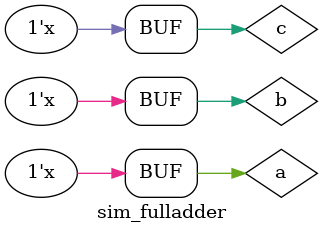
<source format=v>
`timescale 1ns / 1ps


module sim_fulladder( );
reg a,b,c;
wire S,C;
fulladder fa1(a,b,c,C,S);
initial
    begin
        a=0;b=0;c=0;
    end
always #10{a,b,c}={a,b,c}+1;
endmodule

</source>
